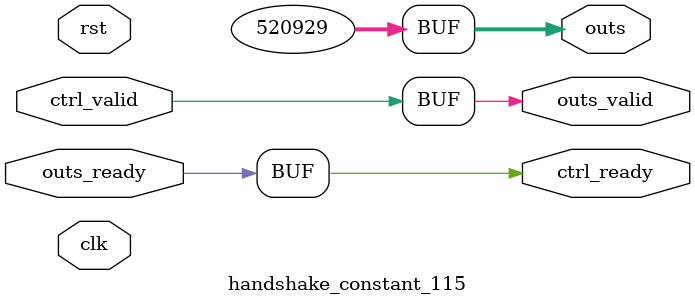
<source format=v>
`timescale 1ns / 1ps
module handshake_constant_115 #(
  parameter DATA_WIDTH = 32  // Default set to 32 bits
) (
  input                       clk,
  input                       rst,
  // Input Channel
  input                       ctrl_valid,
  output                      ctrl_ready,
  // Output Channel
  output [DATA_WIDTH - 1 : 0] outs,
  output                      outs_valid,
  input                       outs_ready
);
  assign outs       = 20'b01111111001011100001;
  assign outs_valid = ctrl_valid;
  assign ctrl_ready = outs_ready;

endmodule

</source>
